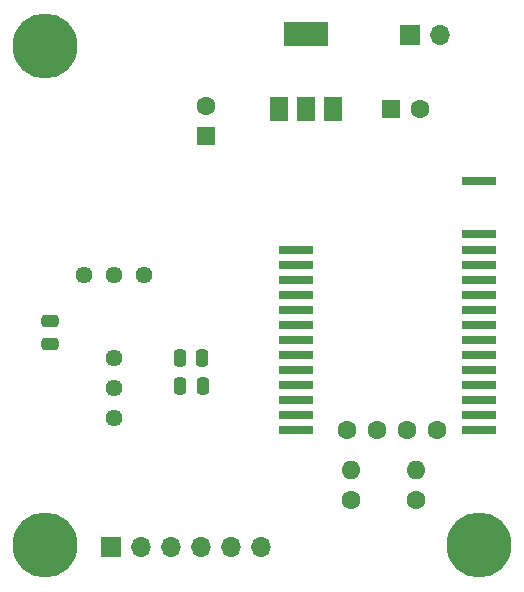
<source format=gbr>
%TF.GenerationSoftware,KiCad,Pcbnew,7.0.7*%
%TF.CreationDate,2024-03-21T17:46:43+00:00*%
%TF.ProjectId,BT401_Digimodes,42543430-315f-4446-9967-696d6f646573,rev?*%
%TF.SameCoordinates,Original*%
%TF.FileFunction,Soldermask,Top*%
%TF.FilePolarity,Negative*%
%FSLAX46Y46*%
G04 Gerber Fmt 4.6, Leading zero omitted, Abs format (unit mm)*
G04 Created by KiCad (PCBNEW 7.0.7) date 2024-03-21 17:46:43*
%MOMM*%
%LPD*%
G01*
G04 APERTURE LIST*
G04 Aperture macros list*
%AMRoundRect*
0 Rectangle with rounded corners*
0 $1 Rounding radius*
0 $2 $3 $4 $5 $6 $7 $8 $9 X,Y pos of 4 corners*
0 Add a 4 corners polygon primitive as box body*
4,1,4,$2,$3,$4,$5,$6,$7,$8,$9,$2,$3,0*
0 Add four circle primitives for the rounded corners*
1,1,$1+$1,$2,$3*
1,1,$1+$1,$4,$5*
1,1,$1+$1,$6,$7*
1,1,$1+$1,$8,$9*
0 Add four rect primitives between the rounded corners*
20,1,$1+$1,$2,$3,$4,$5,0*
20,1,$1+$1,$4,$5,$6,$7,0*
20,1,$1+$1,$6,$7,$8,$9,0*
20,1,$1+$1,$8,$9,$2,$3,0*%
G04 Aperture macros list end*
%ADD10C,5.500000*%
%ADD11RoundRect,0.250000X0.250000X0.475000X-0.250000X0.475000X-0.250000X-0.475000X0.250000X-0.475000X0*%
%ADD12R,1.600000X1.600000*%
%ADD13C,1.600000*%
%ADD14R,1.700000X1.700000*%
%ADD15O,1.700000X1.700000*%
%ADD16RoundRect,0.250000X0.475000X-0.250000X0.475000X0.250000X-0.475000X0.250000X-0.475000X-0.250000X0*%
%ADD17C,1.440000*%
%ADD18R,1.500000X2.000000*%
%ADD19R,3.800000X2.000000*%
%ADD20O,1.600000X1.600000*%
%ADD21R,3.000000X0.800000*%
G04 APERTURE END LIST*
D10*
%TO.C,*%
X130657600Y-97840800D03*
%TD*%
D11*
%TO.C,C2*%
X143952000Y-82042000D03*
X142052000Y-82042000D03*
%TD*%
D12*
%TO.C,C5*%
X144272000Y-63231000D03*
D13*
X144272000Y-60731000D03*
%TD*%
D10*
%TO.C,REF\u002A\u002A*%
X167386000Y-97917000D03*
%TD*%
D14*
%TO.C,J1*%
X136271000Y-98044000D03*
D15*
X138811000Y-98044000D03*
X141351000Y-98044000D03*
X143891000Y-98044000D03*
X146431000Y-98044000D03*
X148971000Y-98044000D03*
%TD*%
D11*
%TO.C,C3*%
X144018000Y-84455000D03*
X142118000Y-84455000D03*
%TD*%
D16*
%TO.C,C1*%
X131064000Y-80833000D03*
X131064000Y-78933000D03*
%TD*%
D17*
%TO.C,RV1*%
X139065000Y-75057000D03*
X136525000Y-75057000D03*
X133985000Y-75057000D03*
%TD*%
D18*
%TO.C,U1*%
X150481000Y-60935000D03*
X152781000Y-60935000D03*
D19*
X152781000Y-54635000D03*
D18*
X155081000Y-60935000D03*
%TD*%
D14*
%TO.C,J2*%
X161544000Y-54737000D03*
D15*
X164084000Y-54737000D03*
%TD*%
D17*
%TO.C,RV2*%
X136525000Y-82042000D03*
X136525000Y-84582000D03*
X136525000Y-87122000D03*
%TD*%
D13*
%TO.C,L1*%
X156591000Y-94107000D03*
D20*
X156591000Y-91567000D03*
%TD*%
D12*
%TO.C,C4*%
X159933000Y-60985000D03*
D13*
X162433000Y-60985000D03*
%TD*%
%TO.C,L2*%
X162052000Y-94107000D03*
D20*
X162052000Y-91567000D03*
%TD*%
D21*
%TO.C,BT1*%
X151892000Y-72898000D03*
X151892000Y-74168000D03*
X151892000Y-75438000D03*
X151892000Y-76708000D03*
X151892000Y-77978000D03*
X151892000Y-79248000D03*
X151892000Y-80518000D03*
X151892000Y-81788000D03*
X151892000Y-83058000D03*
X151892000Y-84328000D03*
X151892000Y-85598000D03*
X151892000Y-86868000D03*
X151892000Y-88138000D03*
X167392000Y-88138000D03*
X167392000Y-86868000D03*
X167392000Y-85598000D03*
X167392000Y-84328000D03*
X167392000Y-83058000D03*
X167392000Y-81788000D03*
X167392000Y-80518000D03*
X167392000Y-79248000D03*
X167392000Y-77978000D03*
X167392000Y-76708000D03*
X167392000Y-75438000D03*
X167392000Y-74168000D03*
X167392000Y-72898000D03*
X167386000Y-71574000D03*
X167386000Y-67056000D03*
D13*
X156210000Y-88138000D03*
X158750000Y-88138000D03*
X161290000Y-88138000D03*
X163830000Y-88138000D03*
%TD*%
D10*
%TO.C,REF\u002A\u002A*%
X130683000Y-55626000D03*
%TD*%
M02*

</source>
